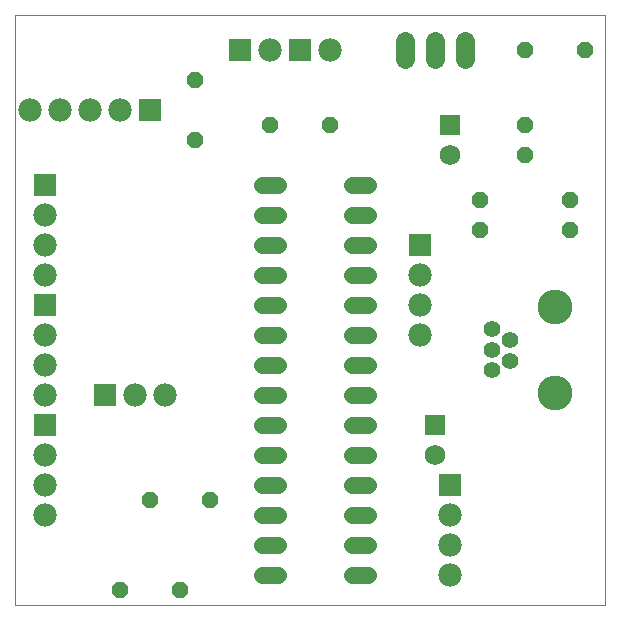
<source format=gbs>
G75*
G70*
%OFA0B0*%
%FSLAX24Y24*%
%IPPOS*%
%LPD*%
%AMOC8*
5,1,8,0,0,1.08239X$1,22.5*
%
%ADD10C,0.0000*%
%ADD11R,0.0780X0.0780*%
%ADD12C,0.0780*%
%ADD13C,0.0555*%
%ADD14C,0.1162*%
%ADD15C,0.0640*%
%ADD16R,0.0690X0.0690*%
%ADD17C,0.0690*%
%ADD18OC8,0.0560*%
%ADD19C,0.0555*%
D10*
X000302Y000726D02*
X000302Y020411D01*
X019987Y020411D01*
X019987Y000726D01*
X000302Y000726D01*
D11*
X001302Y006726D03*
X003302Y007726D03*
X001302Y010726D03*
X001302Y014726D03*
X004802Y017226D03*
X007802Y019226D03*
X009802Y019226D03*
X013802Y012726D03*
X014802Y004726D03*
D12*
X014802Y003726D03*
X014802Y002726D03*
X014802Y001726D03*
X013802Y009726D03*
X013802Y010726D03*
X013802Y011726D03*
X010802Y019226D03*
X008802Y019226D03*
X003802Y017226D03*
X002802Y017226D03*
X001802Y017226D03*
X000802Y017226D03*
X001302Y013726D03*
X001302Y012726D03*
X001302Y011726D03*
X001302Y009726D03*
X001302Y008726D03*
X001302Y007726D03*
X001302Y005726D03*
X001302Y004726D03*
X001302Y003726D03*
X004302Y007726D03*
X005302Y007726D03*
D13*
X016202Y008556D03*
X016202Y009226D03*
X016822Y009556D03*
X016822Y008866D03*
X016202Y009926D03*
D14*
X018302Y010663D03*
X018302Y007789D03*
D15*
X015302Y018926D02*
X015302Y019526D01*
X014302Y019526D02*
X014302Y018926D01*
X013302Y018926D02*
X013302Y019526D01*
D16*
X014802Y016726D03*
X014302Y006726D03*
D17*
X014302Y005726D03*
X014802Y015726D03*
D18*
X015802Y014226D03*
X015802Y013226D03*
X017302Y015726D03*
X017302Y016726D03*
X017302Y019226D03*
X019302Y019226D03*
X018802Y014226D03*
X018802Y013226D03*
X010802Y016726D03*
X008802Y016726D03*
X006302Y016226D03*
X006302Y018226D03*
X006802Y004226D03*
X004802Y004226D03*
X003802Y001226D03*
X005802Y001226D03*
D19*
X008545Y001726D02*
X009060Y001726D01*
X009060Y002726D02*
X008545Y002726D01*
X008545Y003726D02*
X009060Y003726D01*
X009060Y004726D02*
X008545Y004726D01*
X008545Y005726D02*
X009060Y005726D01*
X009060Y006726D02*
X008545Y006726D01*
X008545Y007726D02*
X009060Y007726D01*
X009060Y008726D02*
X008545Y008726D01*
X008545Y009726D02*
X009060Y009726D01*
X009060Y010726D02*
X008545Y010726D01*
X008545Y011726D02*
X009060Y011726D01*
X009060Y012726D02*
X008545Y012726D01*
X008545Y013726D02*
X009060Y013726D01*
X009060Y014726D02*
X008545Y014726D01*
X011545Y014726D02*
X012060Y014726D01*
X012060Y013726D02*
X011545Y013726D01*
X011545Y012726D02*
X012060Y012726D01*
X012060Y011726D02*
X011545Y011726D01*
X011545Y010726D02*
X012060Y010726D01*
X012060Y009726D02*
X011545Y009726D01*
X011545Y008726D02*
X012060Y008726D01*
X012060Y007726D02*
X011545Y007726D01*
X011545Y006726D02*
X012060Y006726D01*
X012060Y005726D02*
X011545Y005726D01*
X011545Y004726D02*
X012060Y004726D01*
X012060Y003726D02*
X011545Y003726D01*
X011545Y002726D02*
X012060Y002726D01*
X012060Y001726D02*
X011545Y001726D01*
M02*

</source>
